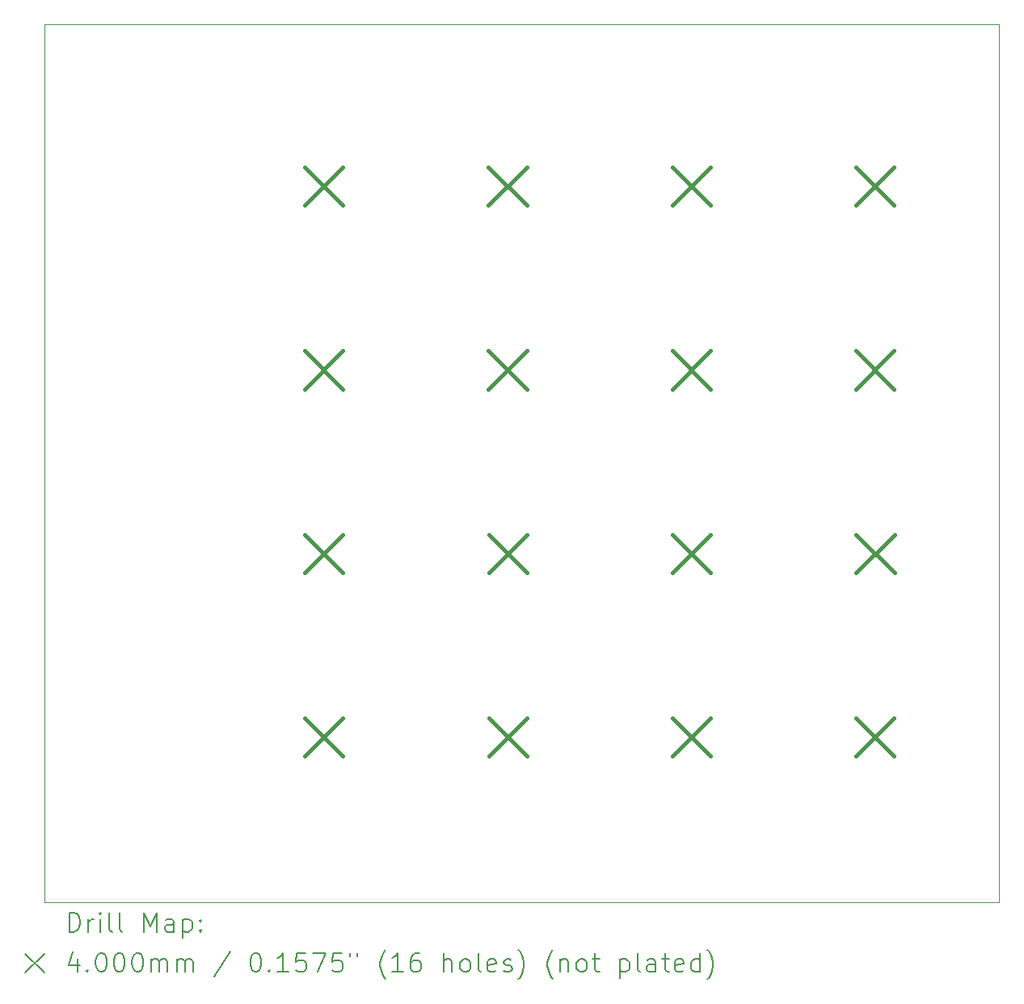
<source format=gbr>
%TF.GenerationSoftware,KiCad,Pcbnew,9.0.0*%
%TF.CreationDate,2025-03-25T02:12:50-05:00*%
%TF.ProjectId,freeMacro_rev_1,66726565-4d61-4637-926f-5f7265765f31,rev?*%
%TF.SameCoordinates,Original*%
%TF.FileFunction,Drillmap*%
%TF.FilePolarity,Positive*%
%FSLAX45Y45*%
G04 Gerber Fmt 4.5, Leading zero omitted, Abs format (unit mm)*
G04 Created by KiCad (PCBNEW 9.0.0) date 2025-03-25 02:12:50*
%MOMM*%
%LPD*%
G01*
G04 APERTURE LIST*
%ADD10C,0.050000*%
%ADD11C,0.200000*%
%ADD12C,0.400000*%
G04 APERTURE END LIST*
D10*
X6900000Y-5300000D02*
X16900000Y-5300000D01*
X16900000Y-14500000D01*
X6900000Y-14500000D01*
X6900000Y-5300000D01*
D11*
D12*
X9625000Y-6800000D02*
X10025000Y-7200000D01*
X10025000Y-6800000D02*
X9625000Y-7200000D01*
X9625000Y-8725000D02*
X10025000Y-9125000D01*
X10025000Y-8725000D02*
X9625000Y-9125000D01*
X9625000Y-10650000D02*
X10025000Y-11050000D01*
X10025000Y-10650000D02*
X9625000Y-11050000D01*
X9626000Y-12573000D02*
X10026000Y-12973000D01*
X10026000Y-12573000D02*
X9626000Y-12973000D01*
X11550000Y-6800000D02*
X11950000Y-7200000D01*
X11950000Y-6800000D02*
X11550000Y-7200000D01*
X11550000Y-8725000D02*
X11950000Y-9125000D01*
X11950000Y-8725000D02*
X11550000Y-9125000D01*
X11551000Y-10649000D02*
X11951000Y-11049000D01*
X11951000Y-10649000D02*
X11551000Y-11049000D01*
X11551000Y-12574000D02*
X11951000Y-12974000D01*
X11951000Y-12574000D02*
X11551000Y-12974000D01*
X13475000Y-6800000D02*
X13875000Y-7200000D01*
X13875000Y-6800000D02*
X13475000Y-7200000D01*
X13475000Y-8725000D02*
X13875000Y-9125000D01*
X13875000Y-8725000D02*
X13475000Y-9125000D01*
X13475000Y-10649000D02*
X13875000Y-11049000D01*
X13875000Y-10649000D02*
X13475000Y-11049000D01*
X13476000Y-12574000D02*
X13876000Y-12974000D01*
X13876000Y-12574000D02*
X13476000Y-12974000D01*
X15400000Y-6800000D02*
X15800000Y-7200000D01*
X15800000Y-6800000D02*
X15400000Y-7200000D01*
X15400000Y-8725000D02*
X15800000Y-9125000D01*
X15800000Y-8725000D02*
X15400000Y-9125000D01*
X15400000Y-12575000D02*
X15800000Y-12975000D01*
X15800000Y-12575000D02*
X15400000Y-12975000D01*
X15401000Y-10648000D02*
X15801000Y-11048000D01*
X15801000Y-10648000D02*
X15401000Y-11048000D01*
D11*
X7158277Y-14813984D02*
X7158277Y-14613984D01*
X7158277Y-14613984D02*
X7205896Y-14613984D01*
X7205896Y-14613984D02*
X7234467Y-14623508D01*
X7234467Y-14623508D02*
X7253515Y-14642555D01*
X7253515Y-14642555D02*
X7263039Y-14661603D01*
X7263039Y-14661603D02*
X7272562Y-14699698D01*
X7272562Y-14699698D02*
X7272562Y-14728269D01*
X7272562Y-14728269D02*
X7263039Y-14766365D01*
X7263039Y-14766365D02*
X7253515Y-14785412D01*
X7253515Y-14785412D02*
X7234467Y-14804460D01*
X7234467Y-14804460D02*
X7205896Y-14813984D01*
X7205896Y-14813984D02*
X7158277Y-14813984D01*
X7358277Y-14813984D02*
X7358277Y-14680650D01*
X7358277Y-14718746D02*
X7367801Y-14699698D01*
X7367801Y-14699698D02*
X7377324Y-14690174D01*
X7377324Y-14690174D02*
X7396372Y-14680650D01*
X7396372Y-14680650D02*
X7415420Y-14680650D01*
X7482086Y-14813984D02*
X7482086Y-14680650D01*
X7482086Y-14613984D02*
X7472562Y-14623508D01*
X7472562Y-14623508D02*
X7482086Y-14633031D01*
X7482086Y-14633031D02*
X7491610Y-14623508D01*
X7491610Y-14623508D02*
X7482086Y-14613984D01*
X7482086Y-14613984D02*
X7482086Y-14633031D01*
X7605896Y-14813984D02*
X7586848Y-14804460D01*
X7586848Y-14804460D02*
X7577324Y-14785412D01*
X7577324Y-14785412D02*
X7577324Y-14613984D01*
X7710658Y-14813984D02*
X7691610Y-14804460D01*
X7691610Y-14804460D02*
X7682086Y-14785412D01*
X7682086Y-14785412D02*
X7682086Y-14613984D01*
X7939229Y-14813984D02*
X7939229Y-14613984D01*
X7939229Y-14613984D02*
X8005896Y-14756841D01*
X8005896Y-14756841D02*
X8072562Y-14613984D01*
X8072562Y-14613984D02*
X8072562Y-14813984D01*
X8253515Y-14813984D02*
X8253515Y-14709222D01*
X8253515Y-14709222D02*
X8243991Y-14690174D01*
X8243991Y-14690174D02*
X8224943Y-14680650D01*
X8224943Y-14680650D02*
X8186848Y-14680650D01*
X8186848Y-14680650D02*
X8167801Y-14690174D01*
X8253515Y-14804460D02*
X8234467Y-14813984D01*
X8234467Y-14813984D02*
X8186848Y-14813984D01*
X8186848Y-14813984D02*
X8167801Y-14804460D01*
X8167801Y-14804460D02*
X8158277Y-14785412D01*
X8158277Y-14785412D02*
X8158277Y-14766365D01*
X8158277Y-14766365D02*
X8167801Y-14747317D01*
X8167801Y-14747317D02*
X8186848Y-14737793D01*
X8186848Y-14737793D02*
X8234467Y-14737793D01*
X8234467Y-14737793D02*
X8253515Y-14728269D01*
X8348753Y-14680650D02*
X8348753Y-14880650D01*
X8348753Y-14690174D02*
X8367801Y-14680650D01*
X8367801Y-14680650D02*
X8405896Y-14680650D01*
X8405896Y-14680650D02*
X8424944Y-14690174D01*
X8424944Y-14690174D02*
X8434467Y-14699698D01*
X8434467Y-14699698D02*
X8443991Y-14718746D01*
X8443991Y-14718746D02*
X8443991Y-14775888D01*
X8443991Y-14775888D02*
X8434467Y-14794936D01*
X8434467Y-14794936D02*
X8424944Y-14804460D01*
X8424944Y-14804460D02*
X8405896Y-14813984D01*
X8405896Y-14813984D02*
X8367801Y-14813984D01*
X8367801Y-14813984D02*
X8348753Y-14804460D01*
X8529705Y-14794936D02*
X8539229Y-14804460D01*
X8539229Y-14804460D02*
X8529705Y-14813984D01*
X8529705Y-14813984D02*
X8520182Y-14804460D01*
X8520182Y-14804460D02*
X8529705Y-14794936D01*
X8529705Y-14794936D02*
X8529705Y-14813984D01*
X8529705Y-14690174D02*
X8539229Y-14699698D01*
X8539229Y-14699698D02*
X8529705Y-14709222D01*
X8529705Y-14709222D02*
X8520182Y-14699698D01*
X8520182Y-14699698D02*
X8529705Y-14690174D01*
X8529705Y-14690174D02*
X8529705Y-14709222D01*
X6697500Y-15042500D02*
X6897500Y-15242500D01*
X6897500Y-15042500D02*
X6697500Y-15242500D01*
X7243991Y-15100650D02*
X7243991Y-15233984D01*
X7196372Y-15024460D02*
X7148753Y-15167317D01*
X7148753Y-15167317D02*
X7272562Y-15167317D01*
X7348753Y-15214936D02*
X7358277Y-15224460D01*
X7358277Y-15224460D02*
X7348753Y-15233984D01*
X7348753Y-15233984D02*
X7339229Y-15224460D01*
X7339229Y-15224460D02*
X7348753Y-15214936D01*
X7348753Y-15214936D02*
X7348753Y-15233984D01*
X7482086Y-15033984D02*
X7501134Y-15033984D01*
X7501134Y-15033984D02*
X7520182Y-15043508D01*
X7520182Y-15043508D02*
X7529705Y-15053031D01*
X7529705Y-15053031D02*
X7539229Y-15072079D01*
X7539229Y-15072079D02*
X7548753Y-15110174D01*
X7548753Y-15110174D02*
X7548753Y-15157793D01*
X7548753Y-15157793D02*
X7539229Y-15195888D01*
X7539229Y-15195888D02*
X7529705Y-15214936D01*
X7529705Y-15214936D02*
X7520182Y-15224460D01*
X7520182Y-15224460D02*
X7501134Y-15233984D01*
X7501134Y-15233984D02*
X7482086Y-15233984D01*
X7482086Y-15233984D02*
X7463039Y-15224460D01*
X7463039Y-15224460D02*
X7453515Y-15214936D01*
X7453515Y-15214936D02*
X7443991Y-15195888D01*
X7443991Y-15195888D02*
X7434467Y-15157793D01*
X7434467Y-15157793D02*
X7434467Y-15110174D01*
X7434467Y-15110174D02*
X7443991Y-15072079D01*
X7443991Y-15072079D02*
X7453515Y-15053031D01*
X7453515Y-15053031D02*
X7463039Y-15043508D01*
X7463039Y-15043508D02*
X7482086Y-15033984D01*
X7672562Y-15033984D02*
X7691610Y-15033984D01*
X7691610Y-15033984D02*
X7710658Y-15043508D01*
X7710658Y-15043508D02*
X7720182Y-15053031D01*
X7720182Y-15053031D02*
X7729705Y-15072079D01*
X7729705Y-15072079D02*
X7739229Y-15110174D01*
X7739229Y-15110174D02*
X7739229Y-15157793D01*
X7739229Y-15157793D02*
X7729705Y-15195888D01*
X7729705Y-15195888D02*
X7720182Y-15214936D01*
X7720182Y-15214936D02*
X7710658Y-15224460D01*
X7710658Y-15224460D02*
X7691610Y-15233984D01*
X7691610Y-15233984D02*
X7672562Y-15233984D01*
X7672562Y-15233984D02*
X7653515Y-15224460D01*
X7653515Y-15224460D02*
X7643991Y-15214936D01*
X7643991Y-15214936D02*
X7634467Y-15195888D01*
X7634467Y-15195888D02*
X7624943Y-15157793D01*
X7624943Y-15157793D02*
X7624943Y-15110174D01*
X7624943Y-15110174D02*
X7634467Y-15072079D01*
X7634467Y-15072079D02*
X7643991Y-15053031D01*
X7643991Y-15053031D02*
X7653515Y-15043508D01*
X7653515Y-15043508D02*
X7672562Y-15033984D01*
X7863039Y-15033984D02*
X7882086Y-15033984D01*
X7882086Y-15033984D02*
X7901134Y-15043508D01*
X7901134Y-15043508D02*
X7910658Y-15053031D01*
X7910658Y-15053031D02*
X7920182Y-15072079D01*
X7920182Y-15072079D02*
X7929705Y-15110174D01*
X7929705Y-15110174D02*
X7929705Y-15157793D01*
X7929705Y-15157793D02*
X7920182Y-15195888D01*
X7920182Y-15195888D02*
X7910658Y-15214936D01*
X7910658Y-15214936D02*
X7901134Y-15224460D01*
X7901134Y-15224460D02*
X7882086Y-15233984D01*
X7882086Y-15233984D02*
X7863039Y-15233984D01*
X7863039Y-15233984D02*
X7843991Y-15224460D01*
X7843991Y-15224460D02*
X7834467Y-15214936D01*
X7834467Y-15214936D02*
X7824943Y-15195888D01*
X7824943Y-15195888D02*
X7815420Y-15157793D01*
X7815420Y-15157793D02*
X7815420Y-15110174D01*
X7815420Y-15110174D02*
X7824943Y-15072079D01*
X7824943Y-15072079D02*
X7834467Y-15053031D01*
X7834467Y-15053031D02*
X7843991Y-15043508D01*
X7843991Y-15043508D02*
X7863039Y-15033984D01*
X8015420Y-15233984D02*
X8015420Y-15100650D01*
X8015420Y-15119698D02*
X8024943Y-15110174D01*
X8024943Y-15110174D02*
X8043991Y-15100650D01*
X8043991Y-15100650D02*
X8072563Y-15100650D01*
X8072563Y-15100650D02*
X8091610Y-15110174D01*
X8091610Y-15110174D02*
X8101134Y-15129222D01*
X8101134Y-15129222D02*
X8101134Y-15233984D01*
X8101134Y-15129222D02*
X8110658Y-15110174D01*
X8110658Y-15110174D02*
X8129705Y-15100650D01*
X8129705Y-15100650D02*
X8158277Y-15100650D01*
X8158277Y-15100650D02*
X8177324Y-15110174D01*
X8177324Y-15110174D02*
X8186848Y-15129222D01*
X8186848Y-15129222D02*
X8186848Y-15233984D01*
X8282086Y-15233984D02*
X8282086Y-15100650D01*
X8282086Y-15119698D02*
X8291610Y-15110174D01*
X8291610Y-15110174D02*
X8310658Y-15100650D01*
X8310658Y-15100650D02*
X8339229Y-15100650D01*
X8339229Y-15100650D02*
X8358277Y-15110174D01*
X8358277Y-15110174D02*
X8367801Y-15129222D01*
X8367801Y-15129222D02*
X8367801Y-15233984D01*
X8367801Y-15129222D02*
X8377324Y-15110174D01*
X8377324Y-15110174D02*
X8396372Y-15100650D01*
X8396372Y-15100650D02*
X8424944Y-15100650D01*
X8424944Y-15100650D02*
X8443991Y-15110174D01*
X8443991Y-15110174D02*
X8453515Y-15129222D01*
X8453515Y-15129222D02*
X8453515Y-15233984D01*
X8843991Y-15024460D02*
X8672563Y-15281603D01*
X9101134Y-15033984D02*
X9120182Y-15033984D01*
X9120182Y-15033984D02*
X9139229Y-15043508D01*
X9139229Y-15043508D02*
X9148753Y-15053031D01*
X9148753Y-15053031D02*
X9158277Y-15072079D01*
X9158277Y-15072079D02*
X9167801Y-15110174D01*
X9167801Y-15110174D02*
X9167801Y-15157793D01*
X9167801Y-15157793D02*
X9158277Y-15195888D01*
X9158277Y-15195888D02*
X9148753Y-15214936D01*
X9148753Y-15214936D02*
X9139229Y-15224460D01*
X9139229Y-15224460D02*
X9120182Y-15233984D01*
X9120182Y-15233984D02*
X9101134Y-15233984D01*
X9101134Y-15233984D02*
X9082087Y-15224460D01*
X9082087Y-15224460D02*
X9072563Y-15214936D01*
X9072563Y-15214936D02*
X9063039Y-15195888D01*
X9063039Y-15195888D02*
X9053515Y-15157793D01*
X9053515Y-15157793D02*
X9053515Y-15110174D01*
X9053515Y-15110174D02*
X9063039Y-15072079D01*
X9063039Y-15072079D02*
X9072563Y-15053031D01*
X9072563Y-15053031D02*
X9082087Y-15043508D01*
X9082087Y-15043508D02*
X9101134Y-15033984D01*
X9253515Y-15214936D02*
X9263039Y-15224460D01*
X9263039Y-15224460D02*
X9253515Y-15233984D01*
X9253515Y-15233984D02*
X9243991Y-15224460D01*
X9243991Y-15224460D02*
X9253515Y-15214936D01*
X9253515Y-15214936D02*
X9253515Y-15233984D01*
X9453515Y-15233984D02*
X9339229Y-15233984D01*
X9396372Y-15233984D02*
X9396372Y-15033984D01*
X9396372Y-15033984D02*
X9377325Y-15062555D01*
X9377325Y-15062555D02*
X9358277Y-15081603D01*
X9358277Y-15081603D02*
X9339229Y-15091127D01*
X9634468Y-15033984D02*
X9539229Y-15033984D01*
X9539229Y-15033984D02*
X9529706Y-15129222D01*
X9529706Y-15129222D02*
X9539229Y-15119698D01*
X9539229Y-15119698D02*
X9558277Y-15110174D01*
X9558277Y-15110174D02*
X9605896Y-15110174D01*
X9605896Y-15110174D02*
X9624944Y-15119698D01*
X9624944Y-15119698D02*
X9634468Y-15129222D01*
X9634468Y-15129222D02*
X9643991Y-15148269D01*
X9643991Y-15148269D02*
X9643991Y-15195888D01*
X9643991Y-15195888D02*
X9634468Y-15214936D01*
X9634468Y-15214936D02*
X9624944Y-15224460D01*
X9624944Y-15224460D02*
X9605896Y-15233984D01*
X9605896Y-15233984D02*
X9558277Y-15233984D01*
X9558277Y-15233984D02*
X9539229Y-15224460D01*
X9539229Y-15224460D02*
X9529706Y-15214936D01*
X9710658Y-15033984D02*
X9843991Y-15033984D01*
X9843991Y-15033984D02*
X9758277Y-15233984D01*
X10015420Y-15033984D02*
X9920182Y-15033984D01*
X9920182Y-15033984D02*
X9910658Y-15129222D01*
X9910658Y-15129222D02*
X9920182Y-15119698D01*
X9920182Y-15119698D02*
X9939229Y-15110174D01*
X9939229Y-15110174D02*
X9986849Y-15110174D01*
X9986849Y-15110174D02*
X10005896Y-15119698D01*
X10005896Y-15119698D02*
X10015420Y-15129222D01*
X10015420Y-15129222D02*
X10024944Y-15148269D01*
X10024944Y-15148269D02*
X10024944Y-15195888D01*
X10024944Y-15195888D02*
X10015420Y-15214936D01*
X10015420Y-15214936D02*
X10005896Y-15224460D01*
X10005896Y-15224460D02*
X9986849Y-15233984D01*
X9986849Y-15233984D02*
X9939229Y-15233984D01*
X9939229Y-15233984D02*
X9920182Y-15224460D01*
X9920182Y-15224460D02*
X9910658Y-15214936D01*
X10101134Y-15033984D02*
X10101134Y-15072079D01*
X10177325Y-15033984D02*
X10177325Y-15072079D01*
X10472563Y-15310174D02*
X10463039Y-15300650D01*
X10463039Y-15300650D02*
X10443991Y-15272079D01*
X10443991Y-15272079D02*
X10434468Y-15253031D01*
X10434468Y-15253031D02*
X10424944Y-15224460D01*
X10424944Y-15224460D02*
X10415420Y-15176841D01*
X10415420Y-15176841D02*
X10415420Y-15138746D01*
X10415420Y-15138746D02*
X10424944Y-15091127D01*
X10424944Y-15091127D02*
X10434468Y-15062555D01*
X10434468Y-15062555D02*
X10443991Y-15043508D01*
X10443991Y-15043508D02*
X10463039Y-15014936D01*
X10463039Y-15014936D02*
X10472563Y-15005412D01*
X10653515Y-15233984D02*
X10539230Y-15233984D01*
X10596372Y-15233984D02*
X10596372Y-15033984D01*
X10596372Y-15033984D02*
X10577325Y-15062555D01*
X10577325Y-15062555D02*
X10558277Y-15081603D01*
X10558277Y-15081603D02*
X10539230Y-15091127D01*
X10824944Y-15033984D02*
X10786849Y-15033984D01*
X10786849Y-15033984D02*
X10767801Y-15043508D01*
X10767801Y-15043508D02*
X10758277Y-15053031D01*
X10758277Y-15053031D02*
X10739230Y-15081603D01*
X10739230Y-15081603D02*
X10729706Y-15119698D01*
X10729706Y-15119698D02*
X10729706Y-15195888D01*
X10729706Y-15195888D02*
X10739230Y-15214936D01*
X10739230Y-15214936D02*
X10748753Y-15224460D01*
X10748753Y-15224460D02*
X10767801Y-15233984D01*
X10767801Y-15233984D02*
X10805896Y-15233984D01*
X10805896Y-15233984D02*
X10824944Y-15224460D01*
X10824944Y-15224460D02*
X10834468Y-15214936D01*
X10834468Y-15214936D02*
X10843991Y-15195888D01*
X10843991Y-15195888D02*
X10843991Y-15148269D01*
X10843991Y-15148269D02*
X10834468Y-15129222D01*
X10834468Y-15129222D02*
X10824944Y-15119698D01*
X10824944Y-15119698D02*
X10805896Y-15110174D01*
X10805896Y-15110174D02*
X10767801Y-15110174D01*
X10767801Y-15110174D02*
X10748753Y-15119698D01*
X10748753Y-15119698D02*
X10739230Y-15129222D01*
X10739230Y-15129222D02*
X10729706Y-15148269D01*
X11082087Y-15233984D02*
X11082087Y-15033984D01*
X11167801Y-15233984D02*
X11167801Y-15129222D01*
X11167801Y-15129222D02*
X11158277Y-15110174D01*
X11158277Y-15110174D02*
X11139230Y-15100650D01*
X11139230Y-15100650D02*
X11110658Y-15100650D01*
X11110658Y-15100650D02*
X11091611Y-15110174D01*
X11091611Y-15110174D02*
X11082087Y-15119698D01*
X11291610Y-15233984D02*
X11272563Y-15224460D01*
X11272563Y-15224460D02*
X11263039Y-15214936D01*
X11263039Y-15214936D02*
X11253515Y-15195888D01*
X11253515Y-15195888D02*
X11253515Y-15138746D01*
X11253515Y-15138746D02*
X11263039Y-15119698D01*
X11263039Y-15119698D02*
X11272563Y-15110174D01*
X11272563Y-15110174D02*
X11291610Y-15100650D01*
X11291610Y-15100650D02*
X11320182Y-15100650D01*
X11320182Y-15100650D02*
X11339230Y-15110174D01*
X11339230Y-15110174D02*
X11348753Y-15119698D01*
X11348753Y-15119698D02*
X11358277Y-15138746D01*
X11358277Y-15138746D02*
X11358277Y-15195888D01*
X11358277Y-15195888D02*
X11348753Y-15214936D01*
X11348753Y-15214936D02*
X11339230Y-15224460D01*
X11339230Y-15224460D02*
X11320182Y-15233984D01*
X11320182Y-15233984D02*
X11291610Y-15233984D01*
X11472563Y-15233984D02*
X11453515Y-15224460D01*
X11453515Y-15224460D02*
X11443991Y-15205412D01*
X11443991Y-15205412D02*
X11443991Y-15033984D01*
X11624944Y-15224460D02*
X11605896Y-15233984D01*
X11605896Y-15233984D02*
X11567801Y-15233984D01*
X11567801Y-15233984D02*
X11548753Y-15224460D01*
X11548753Y-15224460D02*
X11539230Y-15205412D01*
X11539230Y-15205412D02*
X11539230Y-15129222D01*
X11539230Y-15129222D02*
X11548753Y-15110174D01*
X11548753Y-15110174D02*
X11567801Y-15100650D01*
X11567801Y-15100650D02*
X11605896Y-15100650D01*
X11605896Y-15100650D02*
X11624944Y-15110174D01*
X11624944Y-15110174D02*
X11634468Y-15129222D01*
X11634468Y-15129222D02*
X11634468Y-15148269D01*
X11634468Y-15148269D02*
X11539230Y-15167317D01*
X11710658Y-15224460D02*
X11729706Y-15233984D01*
X11729706Y-15233984D02*
X11767801Y-15233984D01*
X11767801Y-15233984D02*
X11786849Y-15224460D01*
X11786849Y-15224460D02*
X11796372Y-15205412D01*
X11796372Y-15205412D02*
X11796372Y-15195888D01*
X11796372Y-15195888D02*
X11786849Y-15176841D01*
X11786849Y-15176841D02*
X11767801Y-15167317D01*
X11767801Y-15167317D02*
X11739230Y-15167317D01*
X11739230Y-15167317D02*
X11720182Y-15157793D01*
X11720182Y-15157793D02*
X11710658Y-15138746D01*
X11710658Y-15138746D02*
X11710658Y-15129222D01*
X11710658Y-15129222D02*
X11720182Y-15110174D01*
X11720182Y-15110174D02*
X11739230Y-15100650D01*
X11739230Y-15100650D02*
X11767801Y-15100650D01*
X11767801Y-15100650D02*
X11786849Y-15110174D01*
X11863039Y-15310174D02*
X11872563Y-15300650D01*
X11872563Y-15300650D02*
X11891611Y-15272079D01*
X11891611Y-15272079D02*
X11901134Y-15253031D01*
X11901134Y-15253031D02*
X11910658Y-15224460D01*
X11910658Y-15224460D02*
X11920182Y-15176841D01*
X11920182Y-15176841D02*
X11920182Y-15138746D01*
X11920182Y-15138746D02*
X11910658Y-15091127D01*
X11910658Y-15091127D02*
X11901134Y-15062555D01*
X11901134Y-15062555D02*
X11891611Y-15043508D01*
X11891611Y-15043508D02*
X11872563Y-15014936D01*
X11872563Y-15014936D02*
X11863039Y-15005412D01*
X12224944Y-15310174D02*
X12215420Y-15300650D01*
X12215420Y-15300650D02*
X12196372Y-15272079D01*
X12196372Y-15272079D02*
X12186849Y-15253031D01*
X12186849Y-15253031D02*
X12177325Y-15224460D01*
X12177325Y-15224460D02*
X12167801Y-15176841D01*
X12167801Y-15176841D02*
X12167801Y-15138746D01*
X12167801Y-15138746D02*
X12177325Y-15091127D01*
X12177325Y-15091127D02*
X12186849Y-15062555D01*
X12186849Y-15062555D02*
X12196372Y-15043508D01*
X12196372Y-15043508D02*
X12215420Y-15014936D01*
X12215420Y-15014936D02*
X12224944Y-15005412D01*
X12301134Y-15100650D02*
X12301134Y-15233984D01*
X12301134Y-15119698D02*
X12310658Y-15110174D01*
X12310658Y-15110174D02*
X12329706Y-15100650D01*
X12329706Y-15100650D02*
X12358277Y-15100650D01*
X12358277Y-15100650D02*
X12377325Y-15110174D01*
X12377325Y-15110174D02*
X12386849Y-15129222D01*
X12386849Y-15129222D02*
X12386849Y-15233984D01*
X12510658Y-15233984D02*
X12491611Y-15224460D01*
X12491611Y-15224460D02*
X12482087Y-15214936D01*
X12482087Y-15214936D02*
X12472563Y-15195888D01*
X12472563Y-15195888D02*
X12472563Y-15138746D01*
X12472563Y-15138746D02*
X12482087Y-15119698D01*
X12482087Y-15119698D02*
X12491611Y-15110174D01*
X12491611Y-15110174D02*
X12510658Y-15100650D01*
X12510658Y-15100650D02*
X12539230Y-15100650D01*
X12539230Y-15100650D02*
X12558277Y-15110174D01*
X12558277Y-15110174D02*
X12567801Y-15119698D01*
X12567801Y-15119698D02*
X12577325Y-15138746D01*
X12577325Y-15138746D02*
X12577325Y-15195888D01*
X12577325Y-15195888D02*
X12567801Y-15214936D01*
X12567801Y-15214936D02*
X12558277Y-15224460D01*
X12558277Y-15224460D02*
X12539230Y-15233984D01*
X12539230Y-15233984D02*
X12510658Y-15233984D01*
X12634468Y-15100650D02*
X12710658Y-15100650D01*
X12663039Y-15033984D02*
X12663039Y-15205412D01*
X12663039Y-15205412D02*
X12672563Y-15224460D01*
X12672563Y-15224460D02*
X12691611Y-15233984D01*
X12691611Y-15233984D02*
X12710658Y-15233984D01*
X12929706Y-15100650D02*
X12929706Y-15300650D01*
X12929706Y-15110174D02*
X12948753Y-15100650D01*
X12948753Y-15100650D02*
X12986849Y-15100650D01*
X12986849Y-15100650D02*
X13005896Y-15110174D01*
X13005896Y-15110174D02*
X13015420Y-15119698D01*
X13015420Y-15119698D02*
X13024944Y-15138746D01*
X13024944Y-15138746D02*
X13024944Y-15195888D01*
X13024944Y-15195888D02*
X13015420Y-15214936D01*
X13015420Y-15214936D02*
X13005896Y-15224460D01*
X13005896Y-15224460D02*
X12986849Y-15233984D01*
X12986849Y-15233984D02*
X12948753Y-15233984D01*
X12948753Y-15233984D02*
X12929706Y-15224460D01*
X13139230Y-15233984D02*
X13120182Y-15224460D01*
X13120182Y-15224460D02*
X13110658Y-15205412D01*
X13110658Y-15205412D02*
X13110658Y-15033984D01*
X13301134Y-15233984D02*
X13301134Y-15129222D01*
X13301134Y-15129222D02*
X13291611Y-15110174D01*
X13291611Y-15110174D02*
X13272563Y-15100650D01*
X13272563Y-15100650D02*
X13234468Y-15100650D01*
X13234468Y-15100650D02*
X13215420Y-15110174D01*
X13301134Y-15224460D02*
X13282087Y-15233984D01*
X13282087Y-15233984D02*
X13234468Y-15233984D01*
X13234468Y-15233984D02*
X13215420Y-15224460D01*
X13215420Y-15224460D02*
X13205896Y-15205412D01*
X13205896Y-15205412D02*
X13205896Y-15186365D01*
X13205896Y-15186365D02*
X13215420Y-15167317D01*
X13215420Y-15167317D02*
X13234468Y-15157793D01*
X13234468Y-15157793D02*
X13282087Y-15157793D01*
X13282087Y-15157793D02*
X13301134Y-15148269D01*
X13367801Y-15100650D02*
X13443992Y-15100650D01*
X13396373Y-15033984D02*
X13396373Y-15205412D01*
X13396373Y-15205412D02*
X13405896Y-15224460D01*
X13405896Y-15224460D02*
X13424944Y-15233984D01*
X13424944Y-15233984D02*
X13443992Y-15233984D01*
X13586849Y-15224460D02*
X13567801Y-15233984D01*
X13567801Y-15233984D02*
X13529706Y-15233984D01*
X13529706Y-15233984D02*
X13510658Y-15224460D01*
X13510658Y-15224460D02*
X13501134Y-15205412D01*
X13501134Y-15205412D02*
X13501134Y-15129222D01*
X13501134Y-15129222D02*
X13510658Y-15110174D01*
X13510658Y-15110174D02*
X13529706Y-15100650D01*
X13529706Y-15100650D02*
X13567801Y-15100650D01*
X13567801Y-15100650D02*
X13586849Y-15110174D01*
X13586849Y-15110174D02*
X13596373Y-15129222D01*
X13596373Y-15129222D02*
X13596373Y-15148269D01*
X13596373Y-15148269D02*
X13501134Y-15167317D01*
X13767801Y-15233984D02*
X13767801Y-15033984D01*
X13767801Y-15224460D02*
X13748754Y-15233984D01*
X13748754Y-15233984D02*
X13710658Y-15233984D01*
X13710658Y-15233984D02*
X13691611Y-15224460D01*
X13691611Y-15224460D02*
X13682087Y-15214936D01*
X13682087Y-15214936D02*
X13672563Y-15195888D01*
X13672563Y-15195888D02*
X13672563Y-15138746D01*
X13672563Y-15138746D02*
X13682087Y-15119698D01*
X13682087Y-15119698D02*
X13691611Y-15110174D01*
X13691611Y-15110174D02*
X13710658Y-15100650D01*
X13710658Y-15100650D02*
X13748754Y-15100650D01*
X13748754Y-15100650D02*
X13767801Y-15110174D01*
X13843992Y-15310174D02*
X13853515Y-15300650D01*
X13853515Y-15300650D02*
X13872563Y-15272079D01*
X13872563Y-15272079D02*
X13882087Y-15253031D01*
X13882087Y-15253031D02*
X13891611Y-15224460D01*
X13891611Y-15224460D02*
X13901134Y-15176841D01*
X13901134Y-15176841D02*
X13901134Y-15138746D01*
X13901134Y-15138746D02*
X13891611Y-15091127D01*
X13891611Y-15091127D02*
X13882087Y-15062555D01*
X13882087Y-15062555D02*
X13872563Y-15043508D01*
X13872563Y-15043508D02*
X13853515Y-15014936D01*
X13853515Y-15014936D02*
X13843992Y-15005412D01*
M02*

</source>
